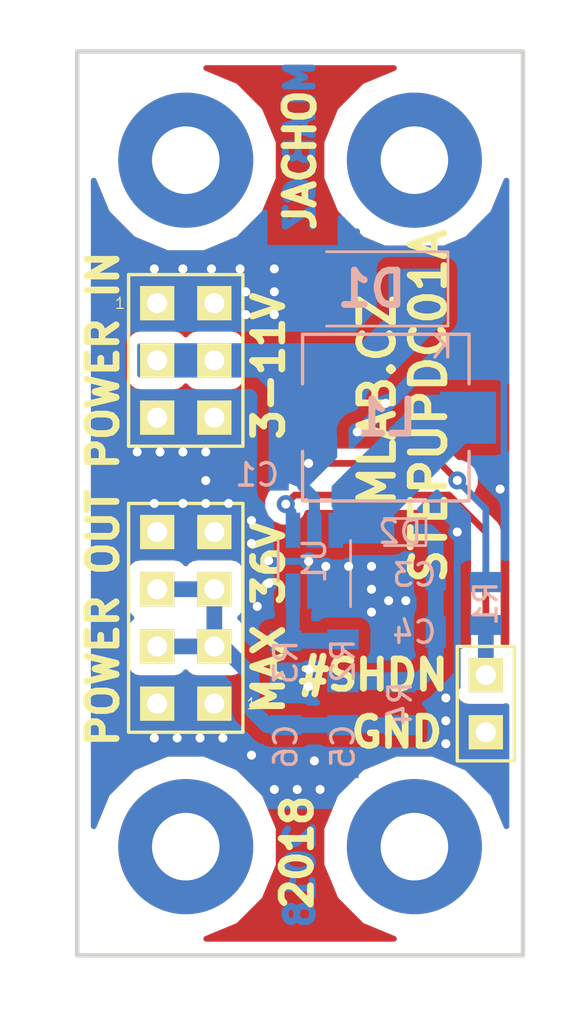
<source format=kicad_pcb>
(kicad_pcb (version 20171130) (host pcbnew "(2018-02-10 revision a04965c36)-makepkg")

  (general
    (thickness 1.6)
    (drawings 16)
    (tracks 168)
    (zones 0)
    (modules 20)
    (nets 12)
  )

  (page A4)
  (title_block
    (title NAME)
    (date "%d. %m. %Y")
    (rev REV)
    (company "Mlab www.mlab.cz")
    (comment 1 VERSION)
    (comment 2 "Short description\\nTwo lines are maximum")
    (comment 3 "nickname <email@example.com>")
  )

  (layers
    (0 F.Cu signal)
    (31 B.Cu signal)
    (34 B.Paste user)
    (36 B.SilkS user)
    (37 F.SilkS user)
    (38 B.Mask user)
    (39 F.Mask user)
    (44 Edge.Cuts user)
    (45 Margin user)
    (46 B.CrtYd user)
    (47 F.CrtYd user)
    (48 B.Fab user hide)
    (49 F.Fab user hide)
  )

  (setup
    (last_trace_width 0.25)
    (user_trace_width 0.3)
    (user_trace_width 0.4)
    (user_trace_width 0.5)
    (user_trace_width 0.6)
    (user_trace_width 0.7)
    (trace_clearance 0.2)
    (zone_clearance 0.508)
    (zone_45_only no)
    (trace_min 0.2)
    (segment_width 0.2)
    (edge_width 0.2)
    (via_size 0.8)
    (via_drill 0.4)
    (via_min_size 0.8)
    (via_min_drill 0.4)
    (uvia_size 0.3)
    (uvia_drill 0.1)
    (uvias_allowed no)
    (uvia_min_size 0.2)
    (uvia_min_drill 0.1)
    (pcb_text_width 0.3)
    (pcb_text_size 1.5 1.5)
    (mod_edge_width 0.15)
    (mod_text_size 1 1)
    (mod_text_width 0.15)
    (pad_size 1.524 1.524)
    (pad_drill 0.762)
    (pad_to_mask_clearance 0.2)
    (aux_axis_origin 0 0)
    (visible_elements 7FFFFF7F)
    (pcbplotparams
      (layerselection 0x010e0_ffffffff)
      (usegerberextensions false)
      (usegerberattributes false)
      (usegerberadvancedattributes false)
      (creategerberjobfile false)
      (excludeedgelayer true)
      (linewidth 0.150000)
      (plotframeref false)
      (viasonmask false)
      (mode 1)
      (useauxorigin false)
      (hpglpennumber 1)
      (hpglpenspeed 20)
      (hpglpendiameter 15)
      (psnegative false)
      (psa4output false)
      (plotreference true)
      (plotvalue true)
      (plotinvisibletext false)
      (padsonsilk false)
      (subtractmaskfromsilk false)
      (outputformat 1)
      (mirror false)
      (drillshape 0)
      (scaleselection 1)
      (outputdirectory ../cam_profi/))
  )

  (net 0 "")
  (net 1 /Vin)
  (net 2 GND)
  (net 3 "Net-(C3-Pad1)")
  (net 4 /Vout)
  (net 5 "Net-(D2-Pad2)")
  (net 6 /#SHDN)
  (net 7 /FB)
  (net 8 "Net-(M1-Pad1)")
  (net 9 "Net-(M2-Pad1)")
  (net 10 "Net-(M3-Pad1)")
  (net 11 "Net-(M4-Pad1)")

  (net_class Default "This is the default net class."
    (clearance 0.2)
    (trace_width 0.25)
    (via_dia 0.8)
    (via_drill 0.4)
    (uvia_dia 0.3)
    (uvia_drill 0.1)
    (add_net /#SHDN)
    (add_net /FB)
    (add_net /Vin)
    (add_net /Vout)
    (add_net GND)
    (add_net "Net-(C3-Pad1)")
    (add_net "Net-(D2-Pad2)")
    (add_net "Net-(M1-Pad1)")
    (add_net "Net-(M2-Pad1)")
    (add_net "Net-(M3-Pad1)")
    (add_net "Net-(M4-Pad1)")
  )

  (net_class MLAB_default ""
    (clearance 0.2)
    (trace_width 0.45)
    (via_dia 0.8)
    (via_drill 0.4)
    (uvia_dia 0.3)
    (uvia_drill 0.1)
  )

  (net_class MLAB_power ""
    (clearance 0.4)
    (trace_width 0.7)
    (via_dia 0.8)
    (via_drill 0.4)
    (uvia_dia 0.3)
    (uvia_drill 0.1)
  )

  (module Mlab_L:DE0703 (layer B.Cu) (tedit 5B3B51C8) (tstamp 5B3B73A9)
    (at 112.395 59.69 180)
    (path /5B3B4EF3)
    (fp_text reference L1 (at 0 0 180) (layer B.SilkS)
      (effects (font (size 1.524 1.524) (thickness 0.3048)) (justify mirror))
    )
    (fp_text value "47uH -DE0703-47" (at 0 -2.54 180) (layer B.SilkS) hide
      (effects (font (size 0.50038 0.50038) (thickness 0.11938)) (justify mirror))
    )
    (fp_line (start 3.7 -1.5) (end 3.7 -3.7) (layer B.SilkS) (width 0.15))
    (fp_line (start -3.7 -1.5) (end -3.7 -3.7) (layer B.SilkS) (width 0.15))
    (fp_text user L1 (at 0 0 180) (layer B.Fab)
      (effects (font (size 1.524 1.524) (thickness 0.3)) (justify mirror))
    )
    (fp_line (start -3.7 -3.7) (end 3.7 -3.7) (layer B.Fab) (width 0.15))
    (fp_line (start -3.7 3.7) (end -3.7 1.5) (layer B.SilkS) (width 0.15))
    (fp_line (start 3.7 3.7) (end -3.7 3.7) (layer B.Fab) (width 0.15))
    (fp_line (start 3.7 -3.7) (end 3.7 3.7) (layer B.Fab) (width 0.15))
    (fp_line (start 3.7 3.7) (end -3.7 3.7) (layer B.SilkS) (width 0.15))
    (fp_line (start 3.7 1.5) (end 3.7 3.7) (layer B.SilkS) (width 0.15))
    (fp_line (start -3.7 -3.7) (end 3.7 -3.7) (layer B.SilkS) (width 0.15))
    (fp_line (start -3.7 3.7) (end -3.7 -3.7) (layer B.Fab) (width 0.15))
    (pad 2 smd rect (at -3.65 0 180) (size 2.5 2.3) (layers B.Cu B.Paste B.Mask)
      (net 5 "Net-(D2-Pad2)"))
    (pad 1 smd rect (at 3.65 0 180) (size 2.5 2.3) (layers B.Cu B.Paste B.Mask)
      (net 1 /Vin))
    (model Capacitors_SMD/c_elec_10x10_5.wrl
      (at (xyz 0 0 0))
      (scale (xyz 1 1 1))
      (rotate (xyz 0 0 0))
    )
  )

  (module Mlab_D:Diode-SMA_Standard (layer B.Cu) (tedit 5B3B7D92) (tstamp 5B53BC51)
    (at 111.76 53.975 180)
    (descr "Diode SMA (DO-214AC)")
    (tags "Diode SMA (DO-214AC)")
    (path /55622FB7)
    (attr smd)
    (fp_text reference D1 (at 0 0 180) (layer B.SilkS)
      (effects (font (size 1.524 1.524) (thickness 0.3048)) (justify mirror))
    )
    (fp_text value M4 (at 0 -3.81 180) (layer B.Fab) hide
      (effects (font (size 1.524 1.524) (thickness 0.3048)) (justify mirror))
    )
    (fp_text user K (at -3.1242 -2.5654 180) (layer B.SilkS)
      (effects (font (size 1 1) (thickness 0.15)) (justify mirror))
    )
    (fp_line (start -3.4 1.65) (end 2 1.65) (layer B.SilkS) (width 0.12))
    (fp_line (start -3.4 -1.65) (end 2 -1.65) (layer B.SilkS) (width 0.12))
    (fp_line (start -0.64944 -0.00102) (end 0.50118 0.79908) (layer B.Fab) (width 0.1))
    (fp_line (start -0.64944 -0.00102) (end 0.50118 -0.75032) (layer B.Fab) (width 0.1))
    (fp_line (start 0.50118 -0.75032) (end 0.50118 0.79908) (layer B.Fab) (width 0.1))
    (fp_line (start -0.64944 0.79908) (end -0.64944 -0.80112) (layer B.Fab) (width 0.1))
    (fp_line (start 0.50118 -0.00102) (end 1.4994 -0.00102) (layer B.Fab) (width 0.1))
    (fp_line (start -0.64944 -0.00102) (end -1.55114 -0.00102) (layer B.Fab) (width 0.1))
    (fp_line (start -3.5 -1.75) (end -3.5 1.75) (layer B.CrtYd) (width 0.05))
    (fp_line (start 3.5 -1.75) (end -3.5 -1.75) (layer B.CrtYd) (width 0.05))
    (fp_line (start 3.5 1.75) (end 3.5 -1.75) (layer B.CrtYd) (width 0.05))
    (fp_line (start -3.5 1.75) (end 3.5 1.75) (layer B.CrtYd) (width 0.05))
    (fp_line (start 2.3 1.5) (end -2.3 1.5) (layer B.Fab) (width 0.1))
    (fp_line (start 2.3 1.5) (end 2.3 -1.5) (layer B.Fab) (width 0.1))
    (fp_line (start -2.3 -1.5) (end -2.3 1.5) (layer B.Fab) (width 0.1))
    (fp_line (start 2.3 -1.5) (end -2.3 -1.5) (layer B.Fab) (width 0.1))
    (fp_line (start -3.4 1.65) (end -3.4 -1.65) (layer B.SilkS) (width 0.12))
    (fp_text user %R (at 0 2.5 180) (layer B.Fab)
      (effects (font (size 1 1) (thickness 0.15)) (justify mirror))
    )
    (pad 2 smd rect (at 2 0 180) (size 2.5 1.8) (layers B.Cu B.Paste B.Mask)
      (net 2 GND))
    (pad 1 smd rect (at -2 0 180) (size 2.5 1.8) (layers B.Cu B.Paste B.Mask)
      (net 1 /Vin))
    (model ${KISYS3DMOD}/Diode_SMD.3dshapes/D_SMA.wrl
      (at (xyz 0 0 0))
      (scale (xyz 1 1 1))
      (rotate (xyz 0 0 0))
    )
  )

  (module Diode_SMD:D_SOD-523 (layer B.Cu) (tedit 5B3B7D8B) (tstamp 5B53BC69)
    (at 113.03 64.77 180)
    (descr "http://www.diodes.com/datasheets/ap02001.pdf p.144")
    (tags "Diode SOD523")
    (path /5B3B4CD9)
    (attr smd)
    (fp_text reference D2 (at 0 0 180) (layer B.SilkS)
      (effects (font (size 1 1) (thickness 0.15)) (justify mirror))
    )
    (fp_text value NSR05T40XV2T5G (at 0 -1.4 180) (layer B.Fab) hide
      (effects (font (size 1 1) (thickness 0.15)) (justify mirror))
    )
    (fp_text user %R (at 0 1.3 180) (layer B.Fab)
      (effects (font (size 1 1) (thickness 0.15)) (justify mirror))
    )
    (fp_line (start -1.15 0.6) (end -1.15 -0.6) (layer B.SilkS) (width 0.12))
    (fp_line (start 1.25 0.7) (end 1.25 -0.7) (layer B.CrtYd) (width 0.05))
    (fp_line (start -1.25 0.7) (end 1.25 0.7) (layer B.CrtYd) (width 0.05))
    (fp_line (start -1.25 -0.7) (end -1.25 0.7) (layer B.CrtYd) (width 0.05))
    (fp_line (start 1.25 -0.7) (end -1.25 -0.7) (layer B.CrtYd) (width 0.05))
    (fp_line (start 0.1 0) (end 0.25 0) (layer B.Fab) (width 0.1))
    (fp_line (start 0.1 0.2) (end -0.2 0) (layer B.Fab) (width 0.1))
    (fp_line (start 0.1 -0.2) (end 0.1 0.2) (layer B.Fab) (width 0.1))
    (fp_line (start -0.2 0) (end 0.1 -0.2) (layer B.Fab) (width 0.1))
    (fp_line (start -0.2 0) (end -0.35 0) (layer B.Fab) (width 0.1))
    (fp_line (start -0.2 -0.2) (end -0.2 0.2) (layer B.Fab) (width 0.1))
    (fp_line (start 0.65 0.45) (end 0.65 -0.45) (layer B.Fab) (width 0.1))
    (fp_line (start -0.65 0.45) (end 0.65 0.45) (layer B.Fab) (width 0.1))
    (fp_line (start -0.65 -0.45) (end -0.65 0.45) (layer B.Fab) (width 0.1))
    (fp_line (start 0.65 -0.45) (end -0.65 -0.45) (layer B.Fab) (width 0.1))
    (fp_line (start 0.7 0.6) (end -1.15 0.6) (layer B.SilkS) (width 0.12))
    (fp_line (start 0.7 -0.6) (end -1.15 -0.6) (layer B.SilkS) (width 0.12))
    (pad 2 smd rect (at 0.7 0) (size 0.6 0.7) (layers B.Cu B.Paste B.Mask)
      (net 5 "Net-(D2-Pad2)"))
    (pad 1 smd rect (at -0.7 0) (size 0.6 0.7) (layers B.Cu B.Paste B.Mask)
      (net 3 "Net-(C3-Pad1)"))
    (model ${KISYS3DMOD}/Diode_SMD.3dshapes/D_SOD-523.wrl
      (at (xyz 0 0 0))
      (scale (xyz 1 1 1))
      (rotate (xyz 0 0 0))
    )
  )

  (module Mlab_Pin_Headers:Straight_2x03 (layer F.Cu) (tedit 55DC1460) (tstamp 5B53BC78)
    (at 103.505 57.15)
    (descr "pin header straight 2x03")
    (tags "pin header straight 2x03")
    (path /5B3B9C5F)
    (fp_text reference J1 (at 0 -5.08) (layer F.SilkS) hide
      (effects (font (size 1.5 1.5) (thickness 0.15)))
    )
    (fp_text value HEADER_2x03_PARALLEL (at 0 5.08) (layer F.SilkS) hide
      (effects (font (size 1.5 1.5) (thickness 0.15)))
    )
    (fp_text user 1 (at -2.921 -2.54) (layer F.SilkS)
      (effects (font (size 0.5 0.5) (thickness 0.05)))
    )
    (fp_line (start -2.54 -3.81) (end 2.54 -3.81) (layer F.SilkS) (width 0.15))
    (fp_line (start 2.54 -3.81) (end 2.54 3.81) (layer F.SilkS) (width 0.15))
    (fp_line (start 2.54 3.81) (end -2.54 3.81) (layer F.SilkS) (width 0.15))
    (fp_line (start -2.54 3.81) (end -2.54 -3.81) (layer F.SilkS) (width 0.15))
    (pad 1 thru_hole rect (at -1.27 -2.54) (size 1.524 1.524) (drill 0.889) (layers *.Cu *.Mask F.SilkS)
      (net 2 GND))
    (pad 2 thru_hole rect (at 1.27 -2.54) (size 1.524 1.524) (drill 0.889) (layers *.Cu *.Mask F.SilkS)
      (net 2 GND))
    (pad 3 thru_hole rect (at -1.27 0) (size 1.524 1.524) (drill 0.889) (layers *.Cu *.Mask F.SilkS)
      (net 1 /Vin))
    (pad 4 thru_hole rect (at 1.27 0) (size 1.524 1.524) (drill 0.889) (layers *.Cu *.Mask F.SilkS)
      (net 1 /Vin))
    (pad 5 thru_hole rect (at -1.27 2.54) (size 1.524 1.524) (drill 0.889) (layers *.Cu *.Mask F.SilkS)
      (net 2 GND))
    (pad 6 thru_hole rect (at 1.27 2.54) (size 1.524 1.524) (drill 0.889) (layers *.Cu *.Mask F.SilkS)
      (net 2 GND))
    (model Pin_Headers/Pin_Header_Straight_2x03.wrl
      (at (xyz 0 0 0))
      (scale (xyz 1 1 1))
      (rotate (xyz 0 0 90))
    )
  )

  (module Mlab_Pin_Headers:Straight_2x04 (layer F.Cu) (tedit 5535DB57) (tstamp 5B53BC9D)
    (at 103.505 68.58 180)
    (descr "pin header straight 2x04")
    (tags "pin header straight 2x04")
    (path /5B3E4E7A)
    (fp_text reference J4 (at 0 -6.35 180) (layer F.SilkS) hide
      (effects (font (size 1.5 1.5) (thickness 0.15)))
    )
    (fp_text value HEADER_2x04_PARALLEL (at 0 6.35 180) (layer F.SilkS) hide
      (effects (font (size 1.5 1.5) (thickness 0.15)))
    )
    (fp_text user 1 (at -2.921 -3.81 180) (layer F.SilkS)
      (effects (font (size 0.5 0.5) (thickness 0.05)))
    )
    (fp_line (start -2.54 -5.08) (end 2.54 -5.08) (layer F.SilkS) (width 0.15))
    (fp_line (start 2.54 -5.08) (end 2.54 5.08) (layer F.SilkS) (width 0.15))
    (fp_line (start 2.54 5.08) (end -2.54 5.08) (layer F.SilkS) (width 0.15))
    (fp_line (start -2.54 5.08) (end -2.54 -5.08) (layer F.SilkS) (width 0.15))
    (pad 1 thru_hole rect (at -1.27 -3.81 180) (size 1.524 1.524) (drill 0.889) (layers *.Cu *.Mask F.SilkS)
      (net 2 GND))
    (pad 2 thru_hole rect (at 1.27 -3.81 180) (size 1.524 1.524) (drill 0.889) (layers *.Cu *.Mask F.SilkS)
      (net 2 GND))
    (pad 3 thru_hole rect (at -1.27 -1.27 180) (size 1.524 1.524) (drill 0.889) (layers *.Cu *.Mask F.SilkS)
      (net 4 /Vout))
    (pad 4 thru_hole rect (at 1.27 -1.27 180) (size 1.524 1.524) (drill 0.889) (layers *.Cu *.Mask F.SilkS)
      (net 4 /Vout))
    (pad 5 thru_hole rect (at -1.27 1.27 180) (size 1.524 1.524) (drill 0.889) (layers *.Cu *.Mask F.SilkS)
      (net 4 /Vout))
    (pad 6 thru_hole rect (at 1.27 1.27 180) (size 1.524 1.524) (drill 0.889) (layers *.Cu *.Mask F.SilkS)
      (net 4 /Vout))
    (pad 7 thru_hole rect (at -1.27 3.81 180) (size 1.524 1.524) (drill 0.889) (layers *.Cu *.Mask F.SilkS)
      (net 2 GND))
    (pad 8 thru_hole rect (at 1.27 3.81 180) (size 1.524 1.524) (drill 0.889) (layers *.Cu *.Mask F.SilkS)
      (net 2 GND))
    (model Pin_Headers/Pin_Header_Straight_2x04.wrl
      (at (xyz 0 0 0))
      (scale (xyz 1 1 1))
      (rotate (xyz 0 0 90))
    )
  )

  (module Mlab_Mechanical:MountingHole_3mm placed (layer F.Cu) (tedit 5A99DD0D) (tstamp 5B53BCAF)
    (at 113.665 78.74)
    (descr "Mounting hole, Befestigungsbohrung, 3mm, No Annular, Kein Restring,")
    (tags "Mounting hole, Befestigungsbohrung, 3mm, No Annular, Kein Restring,")
    (path /549D7549)
    (fp_text reference M1 (at 0 -4.191) (layer F.SilkS) hide
      (effects (font (size 1.524 1.524) (thickness 0.3048)))
    )
    (fp_text value HOLE (at 0 4.191) (layer F.SilkS) hide
      (effects (font (size 1.524 1.524) (thickness 0.3048)))
    )
    (fp_circle (center 0 0) (end 2.99974 0) (layer Cmts.User) (width 0.381))
    (pad 1 thru_hole circle (at 0 0) (size 6 6) (drill 3) (layers *.Cu *.Adhes *.Mask)
      (net 8 "Net-(M1-Pad1)") (clearance 1) (zone_connect 2))
    (model ${MLAB}/src/3d/mechanical/m3_komplet.step
      (at (xyz 0 0 0))
      (scale (xyz 1 1 1))
      (rotate (xyz 0 0 0))
    )
  )

  (module Mlab_Mechanical:MountingHole_3mm placed (layer F.Cu) (tedit 5A99DD0D) (tstamp 5B53BCB5)
    (at 103.505 48.26)
    (descr "Mounting hole, Befestigungsbohrung, 3mm, No Annular, Kein Restring,")
    (tags "Mounting hole, Befestigungsbohrung, 3mm, No Annular, Kein Restring,")
    (path /549D7628)
    (fp_text reference M2 (at 0 -4.191) (layer F.SilkS) hide
      (effects (font (size 1.524 1.524) (thickness 0.3048)))
    )
    (fp_text value HOLE (at 0 4.191) (layer F.SilkS) hide
      (effects (font (size 1.524 1.524) (thickness 0.3048)))
    )
    (fp_circle (center 0 0) (end 2.99974 0) (layer Cmts.User) (width 0.381))
    (pad 1 thru_hole circle (at 0 0) (size 6 6) (drill 3) (layers *.Cu *.Adhes *.Mask)
      (net 9 "Net-(M2-Pad1)") (clearance 1) (zone_connect 2))
    (model ${MLAB}/src/3d/mechanical/m3_komplet.step
      (at (xyz 0 0 0))
      (scale (xyz 1 1 1))
      (rotate (xyz 0 0 0))
    )
  )

  (module Mlab_Mechanical:MountingHole_3mm placed (layer F.Cu) (tedit 5A99DD0D) (tstamp 5B53BCBB)
    (at 113.665 48.26)
    (descr "Mounting hole, Befestigungsbohrung, 3mm, No Annular, Kein Restring,")
    (tags "Mounting hole, Befestigungsbohrung, 3mm, No Annular, Kein Restring,")
    (path /549D7646)
    (fp_text reference M3 (at 0 -4.191) (layer F.SilkS) hide
      (effects (font (size 1.524 1.524) (thickness 0.3048)))
    )
    (fp_text value HOLE (at 0 4.191) (layer F.SilkS) hide
      (effects (font (size 1.524 1.524) (thickness 0.3048)))
    )
    (fp_circle (center 0 0) (end 2.99974 0) (layer Cmts.User) (width 0.381))
    (pad 1 thru_hole circle (at 0 0) (size 6 6) (drill 3) (layers *.Cu *.Adhes *.Mask)
      (net 10 "Net-(M3-Pad1)") (clearance 1) (zone_connect 2))
    (model ${MLAB}/src/3d/mechanical/m3_komplet.step
      (at (xyz 0 0 0))
      (scale (xyz 1 1 1))
      (rotate (xyz 0 0 0))
    )
  )

  (module Mlab_Mechanical:MountingHole_3mm placed (layer F.Cu) (tedit 5A99DD0D) (tstamp 5B53BCC1)
    (at 103.505 78.74)
    (descr "Mounting hole, Befestigungsbohrung, 3mm, No Annular, Kein Restring,")
    (tags "Mounting hole, Befestigungsbohrung, 3mm, No Annular, Kein Restring,")
    (path /549D7665)
    (fp_text reference M4 (at 0 -4.191) (layer F.SilkS) hide
      (effects (font (size 1.524 1.524) (thickness 0.3048)))
    )
    (fp_text value HOLE (at 0 4.191) (layer F.SilkS) hide
      (effects (font (size 1.524 1.524) (thickness 0.3048)))
    )
    (fp_circle (center 0 0) (end 2.99974 0) (layer Cmts.User) (width 0.381))
    (pad 1 thru_hole circle (at 0 0) (size 6 6) (drill 3) (layers *.Cu *.Adhes *.Mask)
      (net 11 "Net-(M4-Pad1)") (clearance 1) (zone_connect 2))
    (model ${MLAB}/src/3d/mechanical/m3_komplet.step
      (at (xyz 0 0 0))
      (scale (xyz 1 1 1))
      (rotate (xyz 0 0 0))
    )
  )

  (module Package_TO_SOT_SMD:SOT-23-6_Handsoldering (layer B.Cu) (tedit 5B3B7D85) (tstamp 5B53BD0B)
    (at 109.22 66.04 90)
    (descr "6-pin SOT-23 package, Handsoldering")
    (tags "SOT-23-6 Handsoldering")
    (path /5B3B41E8)
    (attr smd)
    (fp_text reference U1 (at 0 0 90) (layer B.SilkS)
      (effects (font (size 1 1) (thickness 0.15)) (justify mirror))
    )
    (fp_text value MAX5026 (at 0 -2.9 90) (layer B.Fab) hide
      (effects (font (size 1 1) (thickness 0.15)) (justify mirror))
    )
    (fp_text user %R (at 0 0) (layer B.Fab)
      (effects (font (size 0.5 0.5) (thickness 0.075)) (justify mirror))
    )
    (fp_line (start -0.9 -1.61) (end 0.9 -1.61) (layer B.SilkS) (width 0.12))
    (fp_line (start 0.9 1.61) (end -2.05 1.61) (layer B.SilkS) (width 0.12))
    (fp_line (start -2.4 -1.8) (end -2.4 1.8) (layer B.CrtYd) (width 0.05))
    (fp_line (start 2.4 -1.8) (end -2.4 -1.8) (layer B.CrtYd) (width 0.05))
    (fp_line (start 2.4 1.8) (end 2.4 -1.8) (layer B.CrtYd) (width 0.05))
    (fp_line (start -2.4 1.8) (end 2.4 1.8) (layer B.CrtYd) (width 0.05))
    (fp_line (start -0.9 0.9) (end -0.25 1.55) (layer B.Fab) (width 0.1))
    (fp_line (start 0.9 1.55) (end -0.25 1.55) (layer B.Fab) (width 0.1))
    (fp_line (start -0.9 0.9) (end -0.9 -1.55) (layer B.Fab) (width 0.1))
    (fp_line (start 0.9 -1.55) (end -0.9 -1.55) (layer B.Fab) (width 0.1))
    (fp_line (start 0.9 1.55) (end 0.9 -1.55) (layer B.Fab) (width 0.1))
    (pad 1 smd rect (at -1.35 0.95 90) (size 1.56 0.65) (layers B.Cu B.Paste B.Mask)
      (net 2 GND))
    (pad 2 smd rect (at -1.35 0 90) (size 1.56 0.65) (layers B.Cu B.Paste B.Mask)
      (net 2 GND))
    (pad 3 smd rect (at -1.35 -0.95 90) (size 1.56 0.65) (layers B.Cu B.Paste B.Mask)
      (net 7 /FB))
    (pad 4 smd rect (at 1.35 -0.95 90) (size 1.56 0.65) (layers B.Cu B.Paste B.Mask)
      (net 6 /#SHDN))
    (pad 6 smd rect (at 1.35 0.95 90) (size 1.56 0.65) (layers B.Cu B.Paste B.Mask)
      (net 5 "Net-(D2-Pad2)"))
    (pad 5 smd rect (at 1.35 0 90) (size 1.56 0.65) (layers B.Cu B.Paste B.Mask)
      (net 1 /Vin))
    (model ${KISYS3DMOD}/Package_TO_SOT_SMD.3dshapes/SOT-23-6.wrl
      (at (xyz 0 0 0))
      (scale (xyz 1 1 1))
      (rotate (xyz 0 0 0))
    )
  )

  (module Mlab_R:SMD-0805 (layer B.Cu) (tedit 5B3B7D8E) (tstamp 5B54678C)
    (at 106.68 62.23 180)
    (descr "Resistor SMD 0805 (2012 Metric), square (rectangular) end terminal, IPC_7351 nominal, (Body size source: http://www.tortai-tech.com/upload/download/2011102023233369053.pdf), generated with kicad-footprint-generator")
    (tags resistor)
    (path /5B3B505A)
    (attr smd)
    (fp_text reference C1 (at 0 0 180) (layer B.SilkS)
      (effects (font (size 1 1) (thickness 0.15)) (justify mirror))
    )
    (fp_text value 10uF (at 0 -1.65 180) (layer B.Fab) hide
      (effects (font (size 1 1) (thickness 0.15)) (justify mirror))
    )
    (fp_line (start -1 -0.6) (end -1 0.6) (layer B.Fab) (width 0.1))
    (fp_line (start -1 0.6) (end 1 0.6) (layer B.Fab) (width 0.1))
    (fp_line (start 1 0.6) (end 1 -0.6) (layer B.Fab) (width 0.1))
    (fp_line (start 1 -0.6) (end -1 -0.6) (layer B.Fab) (width 0.1))
    (fp_line (start -1.68 -0.95) (end -1.68 0.95) (layer B.CrtYd) (width 0.05))
    (fp_line (start -1.68 0.95) (end 1.68 0.95) (layer B.CrtYd) (width 0.05))
    (fp_line (start 1.68 0.95) (end 1.68 -0.95) (layer B.CrtYd) (width 0.05))
    (fp_line (start 1.68 -0.95) (end -1.68 -0.95) (layer B.CrtYd) (width 0.05))
    (fp_text user %R (at 0 0 180) (layer B.Fab)
      (effects (font (size 0.5 0.5) (thickness 0.08)) (justify mirror))
    )
    (pad 1 smd rect (at -0.9525 0 180) (size 0.899 1.4) (layers B.Cu B.Paste B.Mask)
      (net 1 /Vin))
    (pad 2 smd rect (at 0.9525 0 180) (size 0.889 1.4) (layers B.Cu B.Paste B.Mask)
      (net 2 GND))
    (model ${KISYS3DMOD}/Resistor_SMD.3dshapes/R_0805_2012Metric.wrl
      (at (xyz 0 0 0))
      (scale (xyz 1 1 1))
      (rotate (xyz 0 0 0))
    )
  )

  (module Mlab_R:SMD-0805 (layer B.Cu) (tedit 5B3B7D88) (tstamp 5B5467AA)
    (at 113.665 66.675 180)
    (descr "Resistor SMD 0805 (2012 Metric), square (rectangular) end terminal, IPC_7351 nominal, (Body size source: http://www.tortai-tech.com/upload/download/2011102023233369053.pdf), generated with kicad-footprint-generator")
    (tags resistor)
    (path /5B3B541D)
    (attr smd)
    (fp_text reference C3 (at 0 0 180) (layer B.SilkS)
      (effects (font (size 1 1) (thickness 0.15)) (justify mirror))
    )
    (fp_text value 1uF/50V (at 0 -1.65 180) (layer B.Fab) hide
      (effects (font (size 1 1) (thickness 0.15)) (justify mirror))
    )
    (fp_text user %R (at 0 0 180) (layer B.Fab)
      (effects (font (size 0.5 0.5) (thickness 0.08)) (justify mirror))
    )
    (fp_line (start 1.68 -0.95) (end -1.68 -0.95) (layer B.CrtYd) (width 0.05))
    (fp_line (start 1.68 0.95) (end 1.68 -0.95) (layer B.CrtYd) (width 0.05))
    (fp_line (start -1.68 0.95) (end 1.68 0.95) (layer B.CrtYd) (width 0.05))
    (fp_line (start -1.68 -0.95) (end -1.68 0.95) (layer B.CrtYd) (width 0.05))
    (fp_line (start 1 -0.6) (end -1 -0.6) (layer B.Fab) (width 0.1))
    (fp_line (start 1 0.6) (end 1 -0.6) (layer B.Fab) (width 0.1))
    (fp_line (start -1 0.6) (end 1 0.6) (layer B.Fab) (width 0.1))
    (fp_line (start -1 -0.6) (end -1 0.6) (layer B.Fab) (width 0.1))
    (pad 2 smd rect (at 0.9525 0 180) (size 0.889 1.4) (layers B.Cu B.Paste B.Mask)
      (net 2 GND))
    (pad 1 smd rect (at -0.9525 0 180) (size 0.899 1.4) (layers B.Cu B.Paste B.Mask)
      (net 3 "Net-(C3-Pad1)"))
    (model ${KISYS3DMOD}/Resistor_SMD.3dshapes/R_0805_2012Metric.wrl
      (at (xyz 0 0 0))
      (scale (xyz 1 1 1))
      (rotate (xyz 0 0 0))
    )
  )

  (module Mlab_R:SMD-0805 (layer B.Cu) (tedit 5B3B7D7F) (tstamp 5B5467B9)
    (at 113.665 69.215 180)
    (descr "Resistor SMD 0805 (2012 Metric), square (rectangular) end terminal, IPC_7351 nominal, (Body size source: http://www.tortai-tech.com/upload/download/2011102023233369053.pdf), generated with kicad-footprint-generator")
    (tags resistor)
    (path /5B3B5609)
    (attr smd)
    (fp_text reference C4 (at 0 0 180) (layer B.SilkS)
      (effects (font (size 1 1) (thickness 0.15)) (justify mirror))
    )
    (fp_text value 100nF (at 0 -1.65 180) (layer B.Fab) hide
      (effects (font (size 1 1) (thickness 0.15)) (justify mirror))
    )
    (fp_line (start -1 -0.6) (end -1 0.6) (layer B.Fab) (width 0.1))
    (fp_line (start -1 0.6) (end 1 0.6) (layer B.Fab) (width 0.1))
    (fp_line (start 1 0.6) (end 1 -0.6) (layer B.Fab) (width 0.1))
    (fp_line (start 1 -0.6) (end -1 -0.6) (layer B.Fab) (width 0.1))
    (fp_line (start -1.68 -0.95) (end -1.68 0.95) (layer B.CrtYd) (width 0.05))
    (fp_line (start -1.68 0.95) (end 1.68 0.95) (layer B.CrtYd) (width 0.05))
    (fp_line (start 1.68 0.95) (end 1.68 -0.95) (layer B.CrtYd) (width 0.05))
    (fp_line (start 1.68 -0.95) (end -1.68 -0.95) (layer B.CrtYd) (width 0.05))
    (fp_text user %R (at 0 0 180) (layer B.Fab)
      (effects (font (size 0.5 0.5) (thickness 0.08)) (justify mirror))
    )
    (pad 1 smd rect (at -0.9525 0 180) (size 0.899 1.4) (layers B.Cu B.Paste B.Mask)
      (net 3 "Net-(C3-Pad1)"))
    (pad 2 smd rect (at 0.9525 0 180) (size 0.889 1.4) (layers B.Cu B.Paste B.Mask)
      (net 2 GND))
    (model ${KISYS3DMOD}/Resistor_SMD.3dshapes/R_0805_2012Metric.wrl
      (at (xyz 0 0 0))
      (scale (xyz 1 1 1))
      (rotate (xyz 0 0 0))
    )
  )

  (module Mlab_R:SMD-0805 (layer B.Cu) (tedit 5B3B7D76) (tstamp 5B5467C8)
    (at 110.49 74.295 270)
    (descr "Resistor SMD 0805 (2012 Metric), square (rectangular) end terminal, IPC_7351 nominal, (Body size source: http://www.tortai-tech.com/upload/download/2011102023233369053.pdf), generated with kicad-footprint-generator")
    (tags resistor)
    (path /5B3B5645)
    (attr smd)
    (fp_text reference C5 (at 0 0 270) (layer B.SilkS)
      (effects (font (size 1 1) (thickness 0.15)) (justify mirror))
    )
    (fp_text value 100nF (at 0 -1.65 270) (layer B.Fab) hide
      (effects (font (size 1 1) (thickness 0.15)) (justify mirror))
    )
    (fp_text user %R (at 0 0 270) (layer B.Fab)
      (effects (font (size 0.5 0.5) (thickness 0.08)) (justify mirror))
    )
    (fp_line (start 1.68 -0.95) (end -1.68 -0.95) (layer B.CrtYd) (width 0.05))
    (fp_line (start 1.68 0.95) (end 1.68 -0.95) (layer B.CrtYd) (width 0.05))
    (fp_line (start -1.68 0.95) (end 1.68 0.95) (layer B.CrtYd) (width 0.05))
    (fp_line (start -1.68 -0.95) (end -1.68 0.95) (layer B.CrtYd) (width 0.05))
    (fp_line (start 1 -0.6) (end -1 -0.6) (layer B.Fab) (width 0.1))
    (fp_line (start 1 0.6) (end 1 -0.6) (layer B.Fab) (width 0.1))
    (fp_line (start -1 0.6) (end 1 0.6) (layer B.Fab) (width 0.1))
    (fp_line (start -1 -0.6) (end -1 0.6) (layer B.Fab) (width 0.1))
    (pad 2 smd rect (at 0.9525 0 270) (size 0.889 1.4) (layers B.Cu B.Paste B.Mask)
      (net 2 GND))
    (pad 1 smd rect (at -0.9525 0 270) (size 0.899 1.4) (layers B.Cu B.Paste B.Mask)
      (net 4 /Vout))
    (model ${KISYS3DMOD}/Resistor_SMD.3dshapes/R_0805_2012Metric.wrl
      (at (xyz 0 0 0))
      (scale (xyz 1 1 1))
      (rotate (xyz 0 0 0))
    )
  )

  (module Mlab_R:SMD-0805 (layer B.Cu) (tedit 5B3B7D75) (tstamp 5B5467D7)
    (at 107.95 74.295 270)
    (descr "Resistor SMD 0805 (2012 Metric), square (rectangular) end terminal, IPC_7351 nominal, (Body size source: http://www.tortai-tech.com/upload/download/2011102023233369053.pdf), generated with kicad-footprint-generator")
    (tags resistor)
    (path /5B3B568F)
    (attr smd)
    (fp_text reference C6 (at 0 0 270) (layer B.SilkS)
      (effects (font (size 1 1) (thickness 0.15)) (justify mirror))
    )
    (fp_text value 1uF/50V (at 0 -1.65 270) (layer B.Fab) hide
      (effects (font (size 1 1) (thickness 0.15)) (justify mirror))
    )
    (fp_line (start -1 -0.6) (end -1 0.6) (layer B.Fab) (width 0.1))
    (fp_line (start -1 0.6) (end 1 0.6) (layer B.Fab) (width 0.1))
    (fp_line (start 1 0.6) (end 1 -0.6) (layer B.Fab) (width 0.1))
    (fp_line (start 1 -0.6) (end -1 -0.6) (layer B.Fab) (width 0.1))
    (fp_line (start -1.68 -0.95) (end -1.68 0.95) (layer B.CrtYd) (width 0.05))
    (fp_line (start -1.68 0.95) (end 1.68 0.95) (layer B.CrtYd) (width 0.05))
    (fp_line (start 1.68 0.95) (end 1.68 -0.95) (layer B.CrtYd) (width 0.05))
    (fp_line (start 1.68 -0.95) (end -1.68 -0.95) (layer B.CrtYd) (width 0.05))
    (fp_text user %R (at 0 0 270) (layer B.Fab)
      (effects (font (size 0.5 0.5) (thickness 0.08)) (justify mirror))
    )
    (pad 1 smd rect (at -0.9525 0 270) (size 0.899 1.4) (layers B.Cu B.Paste B.Mask)
      (net 4 /Vout))
    (pad 2 smd rect (at 0.9525 0 270) (size 0.889 1.4) (layers B.Cu B.Paste B.Mask)
      (net 2 GND))
    (model ${KISYS3DMOD}/Resistor_SMD.3dshapes/R_0805_2012Metric.wrl
      (at (xyz 0 0 0))
      (scale (xyz 1 1 1))
      (rotate (xyz 0 0 0))
    )
  )

  (module Mlab_R:SMD-0805 (layer B.Cu) (tedit 5B3B7D7D) (tstamp 5B5467E6)
    (at 116.84 67.945 270)
    (descr "Resistor SMD 0805 (2012 Metric), square (rectangular) end terminal, IPC_7351 nominal, (Body size source: http://www.tortai-tech.com/upload/download/2011102023233369053.pdf), generated with kicad-footprint-generator")
    (tags resistor)
    (path /5B3B51A3)
    (attr smd)
    (fp_text reference R1 (at 0 0 270) (layer B.SilkS)
      (effects (font (size 1 1) (thickness 0.15)) (justify mirror))
    )
    (fp_text value 10k (at 0 -1.65 270) (layer B.Fab) hide
      (effects (font (size 1 1) (thickness 0.15)) (justify mirror))
    )
    (fp_text user %R (at 0 0 270) (layer B.Fab)
      (effects (font (size 0.5 0.5) (thickness 0.08)) (justify mirror))
    )
    (fp_line (start 1.68 -0.95) (end -1.68 -0.95) (layer B.CrtYd) (width 0.05))
    (fp_line (start 1.68 0.95) (end 1.68 -0.95) (layer B.CrtYd) (width 0.05))
    (fp_line (start -1.68 0.95) (end 1.68 0.95) (layer B.CrtYd) (width 0.05))
    (fp_line (start -1.68 -0.95) (end -1.68 0.95) (layer B.CrtYd) (width 0.05))
    (fp_line (start 1 -0.6) (end -1 -0.6) (layer B.Fab) (width 0.1))
    (fp_line (start 1 0.6) (end 1 -0.6) (layer B.Fab) (width 0.1))
    (fp_line (start -1 0.6) (end 1 0.6) (layer B.Fab) (width 0.1))
    (fp_line (start -1 -0.6) (end -1 0.6) (layer B.Fab) (width 0.1))
    (pad 2 smd rect (at 0.9525 0 270) (size 0.889 1.4) (layers B.Cu B.Paste B.Mask)
      (net 6 /#SHDN))
    (pad 1 smd rect (at -0.9525 0 270) (size 0.899 1.4) (layers B.Cu B.Paste B.Mask)
      (net 1 /Vin))
    (model ${KISYS3DMOD}/Resistor_SMD.3dshapes/R_0805_2012Metric.wrl
      (at (xyz 0 0 0))
      (scale (xyz 1 1 1))
      (rotate (xyz 0 0 0))
    )
  )

  (module Mlab_R:SMD-0805 (layer B.Cu) (tedit 5B3B7D73) (tstamp 5B5467F5)
    (at 110.49 70.485 90)
    (descr "Resistor SMD 0805 (2012 Metric), square (rectangular) end terminal, IPC_7351 nominal, (Body size source: http://www.tortai-tech.com/upload/download/2011102023233369053.pdf), generated with kicad-footprint-generator")
    (tags resistor)
    (path /5B3B5F34)
    (attr smd)
    (fp_text reference R2 (at 0 0 90) (layer B.SilkS)
      (effects (font (size 1 1) (thickness 0.15)) (justify mirror))
    )
    (fp_text value 140k (at 0 -1.65 90) (layer B.Fab) hide
      (effects (font (size 1 1) (thickness 0.15)) (justify mirror))
    )
    (fp_line (start -1 -0.6) (end -1 0.6) (layer B.Fab) (width 0.1))
    (fp_line (start -1 0.6) (end 1 0.6) (layer B.Fab) (width 0.1))
    (fp_line (start 1 0.6) (end 1 -0.6) (layer B.Fab) (width 0.1))
    (fp_line (start 1 -0.6) (end -1 -0.6) (layer B.Fab) (width 0.1))
    (fp_line (start -1.68 -0.95) (end -1.68 0.95) (layer B.CrtYd) (width 0.05))
    (fp_line (start -1.68 0.95) (end 1.68 0.95) (layer B.CrtYd) (width 0.05))
    (fp_line (start 1.68 0.95) (end 1.68 -0.95) (layer B.CrtYd) (width 0.05))
    (fp_line (start 1.68 -0.95) (end -1.68 -0.95) (layer B.CrtYd) (width 0.05))
    (fp_text user %R (at 0 0 90) (layer B.Fab)
      (effects (font (size 0.5 0.5) (thickness 0.08)) (justify mirror))
    )
    (pad 1 smd rect (at -0.9525 0 90) (size 0.899 1.4) (layers B.Cu B.Paste B.Mask)
      (net 3 "Net-(C3-Pad1)"))
    (pad 2 smd rect (at 0.9525 0 90) (size 0.889 1.4) (layers B.Cu B.Paste B.Mask)
      (net 7 /FB))
    (model ${KISYS3DMOD}/Resistor_SMD.3dshapes/R_0805_2012Metric.wrl
      (at (xyz 0 0 0))
      (scale (xyz 1 1 1))
      (rotate (xyz 0 0 0))
    )
  )

  (module Mlab_R:SMD-0805 (layer B.Cu) (tedit 5B3B7D71) (tstamp 5B546804)
    (at 107.95 70.5485 270)
    (descr "Resistor SMD 0805 (2012 Metric), square (rectangular) end terminal, IPC_7351 nominal, (Body size source: http://www.tortai-tech.com/upload/download/2011102023233369053.pdf), generated with kicad-footprint-generator")
    (tags resistor)
    (path /5B3B5327)
    (attr smd)
    (fp_text reference R3 (at 0 0 270) (layer B.SilkS)
      (effects (font (size 1 1) (thickness 0.15)) (justify mirror))
    )
    (fp_text value 6k49 (at 0 -1.65 270) (layer B.Fab) hide
      (effects (font (size 1 1) (thickness 0.15)) (justify mirror))
    )
    (fp_line (start -1 -0.6) (end -1 0.6) (layer B.Fab) (width 0.1))
    (fp_line (start -1 0.6) (end 1 0.6) (layer B.Fab) (width 0.1))
    (fp_line (start 1 0.6) (end 1 -0.6) (layer B.Fab) (width 0.1))
    (fp_line (start 1 -0.6) (end -1 -0.6) (layer B.Fab) (width 0.1))
    (fp_line (start -1.68 -0.95) (end -1.68 0.95) (layer B.CrtYd) (width 0.05))
    (fp_line (start -1.68 0.95) (end 1.68 0.95) (layer B.CrtYd) (width 0.05))
    (fp_line (start 1.68 0.95) (end 1.68 -0.95) (layer B.CrtYd) (width 0.05))
    (fp_line (start 1.68 -0.95) (end -1.68 -0.95) (layer B.CrtYd) (width 0.05))
    (fp_text user %R (at 0 0 270) (layer B.Fab)
      (effects (font (size 0.5 0.5) (thickness 0.08)) (justify mirror))
    )
    (pad 1 smd rect (at -0.9525 0 270) (size 0.899 1.4) (layers B.Cu B.Paste B.Mask)
      (net 7 /FB))
    (pad 2 smd rect (at 0.9525 0 270) (size 0.889 1.4) (layers B.Cu B.Paste B.Mask)
      (net 2 GND))
    (model ${KISYS3DMOD}/Resistor_SMD.3dshapes/R_0805_2012Metric.wrl
      (at (xyz 0 0 0))
      (scale (xyz 1 1 1))
      (rotate (xyz 0 0 0))
    )
  )

  (module Mlab_R:SMD-0805 (layer B.Cu) (tedit 5B3B7D78) (tstamp 5B546813)
    (at 113.03 72.39 90)
    (descr "Resistor SMD 0805 (2012 Metric), square (rectangular) end terminal, IPC_7351 nominal, (Body size source: http://www.tortai-tech.com/upload/download/2011102023233369053.pdf), generated with kicad-footprint-generator")
    (tags resistor)
    (path /5B3B5586)
    (attr smd)
    (fp_text reference R4 (at 0 0 90) (layer B.SilkS)
      (effects (font (size 1 1) (thickness 0.15)) (justify mirror))
    )
    (fp_text value 100R (at 0 -1.65 90) (layer B.Fab) hide
      (effects (font (size 1 1) (thickness 0.15)) (justify mirror))
    )
    (fp_text user %R (at 0 0 90) (layer B.Fab)
      (effects (font (size 0.5 0.5) (thickness 0.08)) (justify mirror))
    )
    (fp_line (start 1.68 -0.95) (end -1.68 -0.95) (layer B.CrtYd) (width 0.05))
    (fp_line (start 1.68 0.95) (end 1.68 -0.95) (layer B.CrtYd) (width 0.05))
    (fp_line (start -1.68 0.95) (end 1.68 0.95) (layer B.CrtYd) (width 0.05))
    (fp_line (start -1.68 -0.95) (end -1.68 0.95) (layer B.CrtYd) (width 0.05))
    (fp_line (start 1 -0.6) (end -1 -0.6) (layer B.Fab) (width 0.1))
    (fp_line (start 1 0.6) (end 1 -0.6) (layer B.Fab) (width 0.1))
    (fp_line (start -1 0.6) (end 1 0.6) (layer B.Fab) (width 0.1))
    (fp_line (start -1 -0.6) (end -1 0.6) (layer B.Fab) (width 0.1))
    (pad 2 smd rect (at 0.9525 0 90) (size 0.889 1.4) (layers B.Cu B.Paste B.Mask)
      (net 3 "Net-(C3-Pad1)"))
    (pad 1 smd rect (at -0.9525 0 90) (size 0.899 1.4) (layers B.Cu B.Paste B.Mask)
      (net 4 /Vout))
    (model ${KISYS3DMOD}/Resistor_SMD.3dshapes/R_0805_2012Metric.wrl
      (at (xyz 0 0 0))
      (scale (xyz 1 1 1))
      (rotate (xyz 0 0 0))
    )
  )

  (module Mlab_Pin_Headers:Straight_1x02 (layer F.Cu) (tedit 5A99E617) (tstamp 5B48ED44)
    (at 116.84 72.39 180)
    (descr "pin header straight 1x02")
    (tags "pin header straight 1x02")
    (path /5B3B9EBD)
    (fp_text reference J2 (at 0 -3.81 180) (layer F.SilkS) hide
      (effects (font (size 1.5 1.5) (thickness 0.15)))
    )
    (fp_text value HEADER_1x02 (at 0 3.81 180) (layer F.SilkS) hide
      (effects (font (size 1.5 1.5) (thickness 0.15)))
    )
    (fp_text user 1 (at -1.651 -1.27 180) (layer F.SilkS) hide
      (effects (font (size 0.5 0.5) (thickness 0.05)))
    )
    (fp_line (start -1.27 -2.54) (end 1.27 -2.54) (layer F.SilkS) (width 0.15))
    (fp_line (start 1.27 -2.54) (end 1.27 2.54) (layer F.SilkS) (width 0.15))
    (fp_line (start 1.27 2.54) (end -1.27 2.54) (layer F.SilkS) (width 0.15))
    (fp_line (start -1.27 2.54) (end -1.27 -2.54) (layer F.SilkS) (width 0.15))
    (pad 2 thru_hole rect (at 0 1.27 180) (size 1.524 1.524) (drill 0.889) (layers *.Cu *.Mask F.SilkS)
      (net 6 /#SHDN))
    (pad 1 thru_hole rect (at 0 -1.27 180) (size 1.524 1.524) (drill 0.889) (layers *.Cu *.Mask F.SilkS)
      (net 2 GND))
    (model Pin_Headers/Pin_Header_Straight_1x02.wrl
      (at (xyz 0 0 0))
      (scale (xyz 1 1 1))
      (rotate (xyz 0 0 90))
    )
    (model ${MLAB}/src/3d/mechanical/header_1_2.step
      (at (xyz 0 0 0))
      (scale (xyz 1 1 1))
      (rotate (xyz 0 0 90))
    )
  )

  (gr_text MLAB.CZ (at 108.585 47.625 90) (layer B.Cu) (tstamp 5B3BD20D)
    (effects (font (size 1.2 1.2) (thickness 0.3)) (justify mirror))
  )
  (gr_text 2018 (at 108.585 80.01 90) (layer B.Cu) (tstamp 5B3BD0C0)
    (effects (font (size 1.2 1.2) (thickness 0.3)) (justify mirror))
  )
  (gr_text JACHO (at 108.585 48.26 90) (layer F.SilkS) (tstamp 5B3BD0AF)
    (effects (font (size 1.3 1.3) (thickness 0.3)))
  )
  (gr_text 2018 (at 108.458 78.994 90) (layer F.SilkS) (tstamp 5B3BD099)
    (effects (font (size 1.3 1.3) (thickness 0.3)))
  )
  (gr_text MLAB.CZ (at 112.014 58.928 90) (layer F.SilkS) (tstamp 5B3BD068)
    (effects (font (size 1.5 1.5) (thickness 0.3)))
  )
  (gr_text STEPUPDC01A (at 114.3 59.182 90) (layer F.SilkS) (tstamp 5B3BD056)
    (effects (font (size 1.5 1.5) (thickness 0.3)))
  )
  (gr_text 3-11V (at 107.188 57.404 90) (layer F.SilkS) (tstamp 5B3BD096)
    (effects (font (size 1.3 1.3) (thickness 0.3)))
  )
  (gr_text "MAX 36V" (at 107.188 68.58 90) (layer F.SilkS) (tstamp 5B3BCFF5)
    (effects (font (size 1.3 1.3) (thickness 0.3)))
  )
  (gr_text "POWER IN" (at 99.822 57.15 90) (layer F.SilkS) (tstamp 5B3BCF81)
    (effects (font (size 1.3 1.3) (thickness 0.3)))
  )
  (gr_text "POWER OUT" (at 99.822 68.58 90) (layer F.SilkS) (tstamp 5B3BCF64)
    (effects (font (size 1.3 1.3) (thickness 0.3)))
  )
  (gr_text GND (at 115.062 73.66) (layer F.SilkS) (tstamp 5B3BCF18)
    (effects (font (size 1.3 1.3) (thickness 0.3)) (justify right))
  )
  (gr_text "#SHDN" (at 115.316 71.12) (layer F.SilkS)
    (effects (font (size 1.3 1.3) (thickness 0.3)) (justify right))
  )
  (gr_line (start 98.679 43.434) (end 118.491 43.434) (angle 90) (layer Edge.Cuts) (width 0.2))
  (gr_line (start 118.491 83.566) (end 118.491 43.434) (angle 90) (layer Edge.Cuts) (width 0.2))
  (gr_line (start 98.679 83.566) (end 118.491 83.566) (angle 90) (layer Edge.Cuts) (width 0.2))
  (gr_line (start 98.679 83.566) (end 98.679 43.434) (angle 90) (layer Edge.Cuts) (width 0.2))

  (segment (start 114.815565 61.722) (end 108.966 61.722) (width 0.3) (layer F.Cu) (net 1))
  (segment (start 115.572755 62.47919) (end 114.815565 61.722) (width 0.3) (layer F.Cu) (net 1))
  (via (at 108.966 61.722) (size 0.8) (drill 0.4) (layers F.Cu B.Cu) (net 1))
  (segment (start 116.84 63.746435) (end 115.572755 62.47919) (width 0.3) (layer B.Cu) (net 1))
  (segment (start 116.84 66.9925) (end 116.84 63.746435) (width 0.3) (layer B.Cu) (net 1))
  (via (at 115.572755 62.47919) (size 0.8) (drill 0.4) (layers F.Cu B.Cu) (net 1))
  (segment (start 108.712 62.738) (end 108.712 62.36) (width 0.5) (layer B.Cu) (net 1))
  (segment (start 108.712 62.36) (end 108.582 62.23) (width 0.5) (layer B.Cu) (net 1))
  (segment (start 108.582 62.23) (end 107.6325 62.23) (width 0.5) (layer B.Cu) (net 1))
  (segment (start 109.22 63.246) (end 108.712 62.738) (width 0.5) (layer B.Cu) (net 1))
  (segment (start 109.22 64.69) (end 109.22 63.246) (width 0.5) (layer B.Cu) (net 1))
  (segment (start 112.395 59.055) (end 111.125 60.325) (width 0.3) (layer B.Cu) (net 2))
  (segment (start 114.3 57.15) (end 112.395 59.055) (width 0.3) (layer B.Cu) (net 2))
  (segment (start 111.125 60.325) (end 112.395 59.055) (width 0.3) (layer F.Cu) (net 2))
  (via (at 112.395 59.055) (size 0.8) (drill 0.4) (layers F.Cu B.Cu) (net 2))
  (via (at 111.125 60.325) (size 0.8) (drill 0.4) (layers F.Cu B.Cu) (net 2))
  (segment (start 117.645001 51.605001) (end 117.645001 57.15) (width 0.3) (layer B.Cu) (net 2))
  (segment (start 117.645001 57.15) (end 117.645001 62.694999) (width 0.3) (layer B.Cu) (net 2))
  (segment (start 117.645001 57.15) (end 114.3 57.15) (width 0.3) (layer B.Cu) (net 2))
  (segment (start 117.475 51.435) (end 117.645001 51.605001) (width 0.3) (layer B.Cu) (net 2))
  (segment (start 117.645001 62.694999) (end 117.475 62.865) (width 0.3) (layer B.Cu) (net 2))
  (via (at 117.475 62.865) (size 0.8) (drill 0.4) (layers F.Cu B.Cu) (net 2))
  (segment (start 110.744 52.197) (end 117.119 52.197) (width 0.3) (layer B.Cu) (net 2))
  (segment (start 109.76 53.975) (end 109.76 52.775) (width 0.3) (layer B.Cu) (net 2))
  (segment (start 109.76 52.775) (end 111.1 51.435) (width 0.3) (layer B.Cu) (net 2))
  (segment (start 115.57 71.628) (end 115.57 64.77) (width 0.3) (layer B.Cu) (net 2))
  (segment (start 115.062 72.136) (end 115.57 71.628) (width 0.3) (layer B.Cu) (net 2))
  (via (at 115.57 64.77) (size 0.8) (drill 0.4) (layers F.Cu B.Cu) (net 2))
  (segment (start 109.474 75.184) (end 109.22 74.93) (width 0.3) (layer B.Cu) (net 2))
  (segment (start 109.474 76.2) (end 109.474 75.184) (width 0.3) (layer B.Cu) (net 2))
  (via (at 109.22 74.93) (size 0.8) (drill 0.4) (layers F.Cu B.Cu) (net 2))
  (segment (start 108.458 76.2) (end 109.474 76.2) (width 0.3) (layer F.Cu) (net 2))
  (via (at 109.474 76.2) (size 0.8) (drill 0.4) (layers F.Cu B.Cu) (net 2))
  (segment (start 107.442 76.2) (end 108.458 76.2) (width 0.3) (layer B.Cu) (net 2))
  (via (at 108.458 76.2) (size 0.8) (drill 0.4) (layers F.Cu B.Cu) (net 2))
  (segment (start 106.426 75.184) (end 107.442 76.2) (width 0.3) (layer F.Cu) (net 2))
  (segment (start 106.426 74.676) (end 106.426 75.184) (width 0.3) (layer F.Cu) (net 2))
  (via (at 107.442 76.2) (size 0.8) (drill 0.4) (layers F.Cu B.Cu) (net 2))
  (segment (start 106.9975 75.2475) (end 106.426 74.676) (width 0.3) (layer B.Cu) (net 2))
  (segment (start 107.95 75.2475) (end 106.9975 75.2475) (width 0.3) (layer B.Cu) (net 2))
  (via (at 106.426 74.676) (size 0.8) (drill 0.4) (layers F.Cu B.Cu) (net 2))
  (segment (start 115.062 73.152) (end 115.062 74.168) (width 0.3) (layer B.Cu) (net 2))
  (via (at 115.062 74.168) (size 0.8) (drill 0.4) (layers F.Cu B.Cu) (net 2))
  (segment (start 115.062 72.136) (end 115.062 73.152) (width 0.3) (layer F.Cu) (net 2))
  (via (at 115.062 73.152) (size 0.8) (drill 0.4) (layers F.Cu B.Cu) (net 2))
  (segment (start 116.586 73.66) (end 115.062 72.136) (width 0.3) (layer B.Cu) (net 2))
  (segment (start 116.84 73.66) (end 116.586 73.66) (width 0.3) (layer B.Cu) (net 2))
  (via (at 115.062 72.136) (size 0.8) (drill 0.4) (layers F.Cu B.Cu) (net 2))
  (segment (start 112.522 67.818) (end 113.284 67.818) (width 0.3) (layer F.Cu) (net 2))
  (via (at 113.284 67.818) (size 0.8) (drill 0.4) (layers F.Cu B.Cu) (net 2))
  (segment (start 112.014 68.326) (end 112.522 67.818) (width 0.3) (layer B.Cu) (net 2))
  (segment (start 111.76 68.326) (end 112.014 68.326) (width 0.3) (layer B.Cu) (net 2))
  (via (at 112.522 67.818) (size 0.8) (drill 0.4) (layers F.Cu B.Cu) (net 2))
  (segment (start 108.966 70.866) (end 108.966 71.628) (width 0.3) (layer F.Cu) (net 2))
  (via (at 108.966 71.628) (size 0.8) (drill 0.4) (layers F.Cu B.Cu) (net 2))
  (segment (start 108.331 71.501) (end 108.966 70.866) (width 0.3) (layer B.Cu) (net 2))
  (segment (start 107.95 71.501) (end 108.331 71.501) (width 0.3) (layer B.Cu) (net 2))
  (via (at 108.966 70.866) (size 0.8) (drill 0.4) (layers F.Cu B.Cu) (net 2))
  (segment (start 104.14 73.914) (end 105.156 73.914) (width 0.3) (layer B.Cu) (net 2))
  (via (at 105.156 73.914) (size 0.8) (drill 0.4) (layers F.Cu B.Cu) (net 2))
  (segment (start 103.124 73.914) (end 104.14 73.914) (width 0.3) (layer F.Cu) (net 2))
  (via (at 104.14 73.914) (size 0.8) (drill 0.4) (layers F.Cu B.Cu) (net 2))
  (segment (start 102.108 73.914) (end 103.124 73.914) (width 0.3) (layer B.Cu) (net 2))
  (via (at 103.124 73.914) (size 0.8) (drill 0.4) (layers F.Cu B.Cu) (net 2))
  (segment (start 102.235 73.787) (end 102.108 73.914) (width 0.3) (layer F.Cu) (net 2))
  (segment (start 102.235 72.39) (end 102.235 73.787) (width 0.3) (layer F.Cu) (net 2))
  (via (at 102.108 73.914) (size 0.8) (drill 0.4) (layers F.Cu B.Cu) (net 2))
  (segment (start 103.378 63.5) (end 102.108 63.5) (width 0.3) (layer B.Cu) (net 2))
  (via (at 102.108 63.5) (size 0.8) (drill 0.4) (layers F.Cu B.Cu) (net 2))
  (segment (start 104.394 63.5) (end 103.378 63.5) (width 0.3) (layer F.Cu) (net 2))
  (via (at 103.378 63.5) (size 0.8) (drill 0.4) (layers F.Cu B.Cu) (net 2))
  (segment (start 102.362 61.214) (end 103.378 61.214) (width 0.3) (layer B.Cu) (net 2))
  (via (at 103.378 61.214) (size 0.8) (drill 0.4) (layers F.Cu B.Cu) (net 2))
  (segment (start 101.346 61.214) (end 102.362 61.214) (width 0.3) (layer F.Cu) (net 2))
  (via (at 102.362 61.214) (size 0.8) (drill 0.4) (layers F.Cu B.Cu) (net 2))
  (segment (start 102.235 60.325) (end 101.346 61.214) (width 0.3) (layer B.Cu) (net 2))
  (segment (start 102.235 59.69) (end 102.235 60.325) (width 0.3) (layer B.Cu) (net 2))
  (via (at 101.346 61.214) (size 0.8) (drill 0.4) (layers F.Cu B.Cu) (net 2))
  (segment (start 106.172 55.118) (end 106.172 54.102) (width 0.3) (layer F.Cu) (net 2))
  (via (at 106.172 54.102) (size 0.8) (drill 0.4) (layers F.Cu B.Cu) (net 2))
  (segment (start 107.442 55.118) (end 106.172 55.118) (width 0.3) (layer B.Cu) (net 2))
  (via (at 106.172 55.118) (size 0.8) (drill 0.4) (layers F.Cu B.Cu) (net 2))
  (segment (start 107.442 54.102) (end 107.442 55.118) (width 0.3) (layer F.Cu) (net 2))
  (via (at 107.442 55.118) (size 0.8) (drill 0.4) (layers F.Cu B.Cu) (net 2))
  (segment (start 107.442 53.086) (end 107.442 54.102) (width 0.3) (layer B.Cu) (net 2))
  (via (at 107.442 54.102) (size 0.8) (drill 0.4) (layers F.Cu B.Cu) (net 2))
  (segment (start 105.918 53.086) (end 107.442 53.086) (width 0.3) (layer F.Cu) (net 2))
  (via (at 107.442 53.086) (size 0.8) (drill 0.4) (layers F.Cu B.Cu) (net 2))
  (segment (start 104.648 53.086) (end 105.918 53.086) (width 0.3) (layer B.Cu) (net 2))
  (via (at 105.918 53.086) (size 0.8) (drill 0.4) (layers F.Cu B.Cu) (net 2))
  (segment (start 103.378 53.086) (end 104.648 53.086) (width 0.3) (layer F.Cu) (net 2))
  (via (at 104.648 53.086) (size 0.8) (drill 0.4) (layers F.Cu B.Cu) (net 2))
  (segment (start 102.108 53.086) (end 103.378 53.086) (width 0.3) (layer B.Cu) (net 2))
  (via (at 103.378 53.086) (size 0.8) (drill 0.4) (layers F.Cu B.Cu) (net 2))
  (segment (start 102.235 53.213) (end 102.108 53.086) (width 0.3) (layer F.Cu) (net 2))
  (segment (start 102.235 54.61) (end 102.235 53.213) (width 0.3) (layer F.Cu) (net 2))
  (via (at 102.108 53.086) (size 0.8) (drill 0.4) (layers F.Cu B.Cu) (net 2))
  (segment (start 104.394 62.484) (end 104.394 61.214) (width 0.3) (layer B.Cu) (net 2))
  (via (at 104.394 61.214) (size 0.8) (drill 0.4) (layers F.Cu B.Cu) (net 2))
  (segment (start 104.394 63.5) (end 104.394 62.484) (width 0.3) (layer F.Cu) (net 2))
  (via (at 104.394 62.484) (size 0.8) (drill 0.4) (layers F.Cu B.Cu) (net 2))
  (segment (start 105.41 63.5) (end 104.394 63.5) (width 0.3) (layer B.Cu) (net 2))
  (via (at 104.394 63.5) (size 0.8) (drill 0.4) (layers F.Cu B.Cu) (net 2))
  (segment (start 106.172 64.262) (end 105.41 63.5) (width 0.3) (layer F.Cu) (net 2))
  (segment (start 106.426 64.262) (end 106.172 64.262) (width 0.3) (layer F.Cu) (net 2))
  (via (at 105.41 63.5) (size 0.8) (drill 0.4) (layers F.Cu B.Cu) (net 2))
  (segment (start 106.426 65.278) (end 106.426 64.262) (width 0.3) (layer B.Cu) (net 2))
  (via (at 106.426 64.262) (size 0.8) (drill 0.4) (layers F.Cu B.Cu) (net 2))
  (segment (start 106.68 65.532) (end 106.426 65.278) (width 0.3) (layer F.Cu) (net 2))
  (segment (start 106.68 68.072) (end 106.68 65.532) (width 0.3) (layer F.Cu) (net 2))
  (via (at 106.426 65.278) (size 0.8) (drill 0.4) (layers F.Cu B.Cu) (net 2))
  (segment (start 107.188 67.564) (end 106.68 68.072) (width 0.3) (layer B.Cu) (net 2))
  (segment (start 107.188 67.056) (end 107.188 67.564) (width 0.3) (layer B.Cu) (net 2))
  (via (at 106.68 68.072) (size 0.8) (drill 0.4) (layers F.Cu B.Cu) (net 2))
  (segment (start 107.188 66.04) (end 107.188 67.056) (width 0.3) (layer F.Cu) (net 2))
  (via (at 107.188 67.056) (size 0.8) (drill 0.4) (layers F.Cu B.Cu) (net 2))
  (segment (start 107.218002 66.070002) (end 107.188 66.04) (width 0.3) (layer B.Cu) (net 2))
  (segment (start 108.966 66.070002) (end 107.218002 66.070002) (width 0.3) (layer B.Cu) (net 2))
  (via (at 107.188 66.04) (size 0.8) (drill 0.4) (layers F.Cu B.Cu) (net 2))
  (segment (start 109.189998 66.294) (end 108.966 66.070002) (width 0.3) (layer F.Cu) (net 2))
  (segment (start 109.728 66.294) (end 109.189998 66.294) (width 0.3) (layer F.Cu) (net 2))
  (via (at 108.966 66.070002) (size 0.8) (drill 0.4) (layers F.Cu B.Cu) (net 2))
  (segment (start 110.744 66.294) (end 109.728 66.294) (width 0.3) (layer B.Cu) (net 2))
  (via (at 109.728 66.294) (size 0.8) (drill 0.4) (layers F.Cu B.Cu) (net 2))
  (segment (start 111.76 66.294) (end 110.744 66.294) (width 0.3) (layer F.Cu) (net 2))
  (via (at 110.744 66.294) (size 0.8) (drill 0.4) (layers F.Cu B.Cu) (net 2))
  (segment (start 111.76 67.31) (end 111.76 66.294) (width 0.3) (layer B.Cu) (net 2))
  (via (at 111.76 66.294) (size 0.8) (drill 0.4) (layers F.Cu B.Cu) (net 2))
  (segment (start 111.76 68.326) (end 111.76 67.31) (width 0.3) (layer F.Cu) (net 2))
  (via (at 111.76 67.31) (size 0.8) (drill 0.4) (layers F.Cu B.Cu) (net 2))
  (segment (start 110.824 67.39) (end 111.76 68.326) (width 0.3) (layer B.Cu) (net 2))
  (segment (start 110.17 67.39) (end 110.824 67.39) (width 0.3) (layer B.Cu) (net 2))
  (via (at 111.76 68.326) (size 0.8) (drill 0.4) (layers F.Cu B.Cu) (net 2))
  (segment (start 113.03 71.4375) (end 110.49 71.4375) (width 0.7) (layer B.Cu) (net 3))
  (segment (start 113.792 71.4375) (end 113.03 71.4375) (width 0.7) (layer B.Cu) (net 3))
  (segment (start 114.6175 69.215) (end 114.6175 70.615) (width 0.7) (layer B.Cu) (net 3))
  (segment (start 114.6175 70.615) (end 113.795 71.4375) (width 0.7) (layer B.Cu) (net 3))
  (segment (start 113.795 71.4375) (end 113.792 71.4375) (width 0.7) (layer B.Cu) (net 3))
  (segment (start 114.6175 66.675) (end 114.6175 69.215) (width 0.7) (layer B.Cu) (net 3))
  (segment (start 114.3 64.77) (end 114.6175 65.0875) (width 0.7) (layer B.Cu) (net 3))
  (segment (start 114.6175 65.0875) (end 114.6175 66.675) (width 0.7) (layer B.Cu) (net 3))
  (segment (start 113.73 64.77) (end 114.3 64.77) (width 0.7) (layer B.Cu) (net 3))
  (segment (start 104.775 67.31) (end 104.775 69.85) (width 0.7) (layer B.Cu) (net 4))
  (segment (start 102.235 67.31) (end 104.775 67.31) (width 0.7) (layer B.Cu) (net 4))
  (segment (start 102.235 69.85) (end 104.775 69.85) (width 0.7) (layer B.Cu) (net 4))
  (segment (start 107.1245 73.3425) (end 106.426 72.644) (width 0.7) (layer B.Cu) (net 4))
  (segment (start 107.95 73.3425) (end 107.1245 73.3425) (width 0.7) (layer B.Cu) (net 4))
  (segment (start 106.426 72.644) (end 106.426 71.12) (width 0.7) (layer B.Cu) (net 4))
  (segment (start 106.426 71.12) (end 105.156 69.85) (width 0.7) (layer B.Cu) (net 4))
  (segment (start 105.156 69.85) (end 104.775 69.85) (width 0.7) (layer B.Cu) (net 4))
  (segment (start 110.49 73.3425) (end 107.95 73.3425) (width 0.7) (layer B.Cu) (net 4))
  (segment (start 113.03 73.3425) (end 110.49 73.3425) (width 0.7) (layer B.Cu) (net 4))
  (segment (start 112.33 62.676) (end 112.959 62.676) (width 0.7) (layer B.Cu) (net 5))
  (segment (start 112.959 62.676) (end 115.945 59.69) (width 0.7) (layer B.Cu) (net 5))
  (segment (start 115.945 59.69) (end 116.045 59.69) (width 0.7) (layer B.Cu) (net 5))
  (segment (start 112.33 64.77) (end 112.33 62.676) (width 0.7) (layer B.Cu) (net 5))
  (segment (start 115.200003 63.130003) (end 116.84 64.77) (width 0.3) (layer F.Cu) (net 6))
  (segment (start 116.84 64.77) (end 116.84 71.12) (width 0.3) (layer F.Cu) (net 6))
  (segment (start 107.95 63.530002) (end 108.349999 63.130003) (width 0.3) (layer F.Cu) (net 6))
  (segment (start 108.349999 63.130003) (end 115.200003 63.130003) (width 0.3) (layer F.Cu) (net 6))
  (segment (start 108.27 63.850002) (end 107.95 63.530002) (width 0.3) (layer B.Cu) (net 6))
  (segment (start 108.27 64.69) (end 108.27 63.850002) (width 0.3) (layer B.Cu) (net 6))
  (via (at 107.95 63.530002) (size 0.8) (drill 0.4) (layers F.Cu B.Cu) (net 6))
  (segment (start 116.84 68.8975) (end 116.84 71.12) (width 0.7) (layer B.Cu) (net 6))
  (segment (start 108.27 67.39) (end 108.27 69.276) (width 0.6) (layer B.Cu) (net 7))
  (segment (start 108.27 69.276) (end 107.95 69.596) (width 0.6) (layer B.Cu) (net 7))
  (segment (start 107.95 69.596) (end 110.4265 69.596) (width 0.7) (layer B.Cu) (net 7))
  (segment (start 110.4265 69.596) (end 110.49 69.5325) (width 0.7) (layer B.Cu) (net 7))

  (zone (net 1) (net_name /Vin) (layer B.Cu) (tstamp 0) (hatch edge 0.508)
    (priority 1)
    (connect_pads yes (clearance 0.508))
    (min_thickness 0.254)
    (fill yes (arc_segments 16) (thermal_gap 0.508) (thermal_bridge_width 0.508))
    (polygon
      (pts
        (xy 101.346 56.388) (xy 111.252 56.388) (xy 112.522 55.118) (xy 112.522 53.086) (xy 115.062 53.086)
        (xy 115.062 55.372) (xy 111.506 58.928) (xy 110.236 60.198) (xy 110.236 61.468) (xy 109.474 62.23)
        (xy 108.712 62.992) (xy 107.188 62.992) (xy 107.188 58.42) (xy 106.68 57.912) (xy 101.346 57.912)
      )
    )
    (filled_polygon
      (pts
        (xy 114.935 55.319394) (xy 112.234394 58.02) (xy 112.189126 58.02) (xy 111.80872 58.177569) (xy 111.517569 58.46872)
        (xy 111.36 58.849126) (xy 111.36 58.894394) (xy 110.964394 59.29) (xy 110.919126 59.29) (xy 110.53872 59.447569)
        (xy 110.247569 59.73872) (xy 110.09 60.119126) (xy 110.09 60.530874) (xy 110.109 60.576744) (xy 110.109 61.415394)
        (xy 108.704052 62.820343) (xy 108.53628 62.652571) (xy 108.155874 62.495002) (xy 107.744126 62.495002) (xy 107.36372 62.652571)
        (xy 107.315 62.701291) (xy 107.315 58.42) (xy 107.305333 58.371399) (xy 107.277803 58.330197) (xy 106.769803 57.822197)
        (xy 106.728601 57.794667) (xy 106.68 57.785) (xy 101.473 57.785) (xy 101.473 56.515) (xy 111.252 56.515)
        (xy 111.300601 56.505333) (xy 111.341803 56.477803) (xy 112.611803 55.207803) (xy 112.639333 55.166601) (xy 112.649 55.118)
        (xy 112.649 53.213) (xy 114.935 53.213)
      )
    )
  )
  (zone (net 5) (net_name "Net-(D2-Pad2)") (layer B.Cu) (tstamp 0) (hatch edge 0.508)
    (priority 1)
    (connect_pads yes (clearance 0.508))
    (min_thickness 0.254)
    (fill yes (arc_segments 16) (thermal_gap 0.508) (thermal_bridge_width 0.508))
    (polygon
      (pts
        (xy 109.982 65.278) (xy 112.776 65.278) (xy 112.776 64.008) (xy 116.078 60.706) (xy 116.078 58.674)
        (xy 114.046 58.674) (xy 109.982 62.738)
      )
    )
    (filled_polygon
      (pts
        (xy 115.951 60.653394) (xy 115.014062 61.590332) (xy 114.986475 61.601759) (xy 114.695324 61.89291) (xy 114.683897 61.920497)
        (xy 112.686197 63.918197) (xy 112.658667 63.959399) (xy 112.649 64.008) (xy 112.649 65.151) (xy 110.19244 65.151)
        (xy 110.19244 63.91) (xy 110.143157 63.662235) (xy 110.109 63.611115) (xy 110.109 63.313049) (xy 110.122337 63.245999)
        (xy 110.109 63.178949) (xy 110.109 62.790606) (xy 111.687201 61.212405) (xy 111.71128 61.202431) (xy 112.002431 60.91128)
        (xy 112.012405 60.887201) (xy 112.957201 59.942405) (xy 112.98128 59.932431) (xy 113.272431 59.64128) (xy 113.282405 59.617201)
        (xy 114.098606 58.801) (xy 115.951 58.801)
      )
    )
  )
  (zone (net 2) (net_name GND) (layer F.Cu) (tstamp 0) (hatch edge 0.508)
    (connect_pads yes (clearance 0.508))
    (min_thickness 0.254)
    (fill yes (arc_segments 16) (thermal_gap 0.508) (thermal_bridge_width 0.508))
    (polygon
      (pts
        (xy 96.52 41.91) (xy 120.396 41.91) (xy 119.888 85.344) (xy 96.774 85.344)
      )
    )
    (filled_polygon
      (pts
        (xy 111.327242 44.761298) (xy 110.166298 45.922242) (xy 109.538 47.439089) (xy 109.538 49.080911) (xy 110.166298 50.597758)
        (xy 111.327242 51.758702) (xy 112.844089 52.387) (xy 114.485911 52.387) (xy 116.002758 51.758702) (xy 117.163702 50.597758)
        (xy 117.756001 49.167821) (xy 117.756 69.741192) (xy 117.625 69.715135) (xy 117.625 64.847312) (xy 117.640378 64.77)
        (xy 117.625 64.692688) (xy 117.625 64.692684) (xy 117.579454 64.463708) (xy 117.490367 64.33038) (xy 117.449749 64.269591)
        (xy 117.449747 64.269589) (xy 117.405953 64.204047) (xy 117.340411 64.160253) (xy 116.347907 63.167749) (xy 116.450186 63.06547)
        (xy 116.607755 62.685064) (xy 116.607755 62.273316) (xy 116.450186 61.89291) (xy 116.159035 61.601759) (xy 115.778629 61.44419)
        (xy 115.647912 61.44419) (xy 115.425314 61.221592) (xy 115.381518 61.156047) (xy 115.121857 60.982546) (xy 114.892881 60.937)
        (xy 114.892877 60.937) (xy 114.815565 60.921622) (xy 114.738253 60.937) (xy 109.644711 60.937) (xy 109.55228 60.844569)
        (xy 109.171874 60.687) (xy 108.760126 60.687) (xy 108.37972 60.844569) (xy 108.088569 61.13572) (xy 107.931 61.516126)
        (xy 107.931 61.927874) (xy 108.088569 62.30828) (xy 108.149746 62.369457) (xy 108.043707 62.390549) (xy 107.887383 62.495002)
        (xy 107.744126 62.495002) (xy 107.36372 62.652571) (xy 107.072569 62.943722) (xy 106.915 63.324128) (xy 106.915 63.735876)
        (xy 107.072569 64.116282) (xy 107.36372 64.407433) (xy 107.744126 64.565002) (xy 108.155874 64.565002) (xy 108.53628 64.407433)
        (xy 108.827431 64.116282) (xy 108.910803 63.915003) (xy 114.874846 63.915003) (xy 116.055 65.095158) (xy 116.055001 69.715135)
        (xy 115.830235 69.759843) (xy 115.620191 69.900191) (xy 115.479843 70.110235) (xy 115.43056 70.358) (xy 115.43056 71.882)
        (xy 115.479843 72.129765) (xy 115.620191 72.339809) (xy 115.830235 72.480157) (xy 116.078 72.52944) (xy 117.602 72.52944)
        (xy 117.756 72.498808) (xy 117.756 77.832177) (xy 117.163702 76.402242) (xy 116.002758 75.241298) (xy 114.485911 74.613)
        (xy 112.844089 74.613) (xy 111.327242 75.241298) (xy 110.166298 76.402242) (xy 109.538 77.919089) (xy 109.538 79.560911)
        (xy 110.166298 81.077758) (xy 111.327242 82.238702) (xy 112.757177 82.831) (xy 104.412823 82.831) (xy 105.842758 82.238702)
        (xy 107.003702 81.077758) (xy 107.632 79.560911) (xy 107.632 77.919089) (xy 107.003702 76.402242) (xy 105.842758 75.241298)
        (xy 104.325911 74.613) (xy 102.684089 74.613) (xy 101.167242 75.241298) (xy 100.006298 76.402242) (xy 99.414 77.832177)
        (xy 99.414 66.548) (xy 100.82556 66.548) (xy 100.82556 68.072) (xy 100.874843 68.319765) (xy 101.015191 68.529809)
        (xy 101.090307 68.58) (xy 101.015191 68.630191) (xy 100.874843 68.840235) (xy 100.82556 69.088) (xy 100.82556 70.612)
        (xy 100.874843 70.859765) (xy 101.015191 71.069809) (xy 101.225235 71.210157) (xy 101.473 71.25944) (xy 102.997 71.25944)
        (xy 103.244765 71.210157) (xy 103.454809 71.069809) (xy 103.505 70.994693) (xy 103.555191 71.069809) (xy 103.765235 71.210157)
        (xy 104.013 71.25944) (xy 105.537 71.25944) (xy 105.784765 71.210157) (xy 105.994809 71.069809) (xy 106.135157 70.859765)
        (xy 106.18444 70.612) (xy 106.18444 69.088) (xy 106.135157 68.840235) (xy 105.994809 68.630191) (xy 105.919693 68.58)
        (xy 105.994809 68.529809) (xy 106.135157 68.319765) (xy 106.18444 68.072) (xy 106.18444 66.548) (xy 106.135157 66.300235)
        (xy 105.994809 66.090191) (xy 105.784765 65.949843) (xy 105.537 65.90056) (xy 104.013 65.90056) (xy 103.765235 65.949843)
        (xy 103.555191 66.090191) (xy 103.505 66.165307) (xy 103.454809 66.090191) (xy 103.244765 65.949843) (xy 102.997 65.90056)
        (xy 101.473 65.90056) (xy 101.225235 65.949843) (xy 101.015191 66.090191) (xy 100.874843 66.300235) (xy 100.82556 66.548)
        (xy 99.414 66.548) (xy 99.414 56.388) (xy 100.82556 56.388) (xy 100.82556 57.912) (xy 100.874843 58.159765)
        (xy 101.015191 58.369809) (xy 101.225235 58.510157) (xy 101.473 58.55944) (xy 102.997 58.55944) (xy 103.244765 58.510157)
        (xy 103.454809 58.369809) (xy 103.505 58.294693) (xy 103.555191 58.369809) (xy 103.765235 58.510157) (xy 104.013 58.55944)
        (xy 105.537 58.55944) (xy 105.784765 58.510157) (xy 105.994809 58.369809) (xy 106.135157 58.159765) (xy 106.18444 57.912)
        (xy 106.18444 56.388) (xy 106.135157 56.140235) (xy 105.994809 55.930191) (xy 105.784765 55.789843) (xy 105.537 55.74056)
        (xy 104.013 55.74056) (xy 103.765235 55.789843) (xy 103.555191 55.930191) (xy 103.505 56.005307) (xy 103.454809 55.930191)
        (xy 103.244765 55.789843) (xy 102.997 55.74056) (xy 101.473 55.74056) (xy 101.225235 55.789843) (xy 101.015191 55.930191)
        (xy 100.874843 56.140235) (xy 100.82556 56.388) (xy 99.414 56.388) (xy 99.414 49.167823) (xy 100.006298 50.597758)
        (xy 101.167242 51.758702) (xy 102.684089 52.387) (xy 104.325911 52.387) (xy 105.842758 51.758702) (xy 107.003702 50.597758)
        (xy 107.632 49.080911) (xy 107.632 47.439089) (xy 107.003702 45.922242) (xy 105.842758 44.761298) (xy 104.412823 44.169)
        (xy 112.757177 44.169)
      )
    )
  )
  (zone (net 2) (net_name GND) (layer B.Cu) (tstamp 5B3BCB9E) (hatch edge 0.508)
    (connect_pads yes (clearance 0.508))
    (min_thickness 0.254)
    (fill yes (arc_segments 16) (thermal_gap 0.508) (thermal_bridge_width 0.508))
    (polygon
      (pts
        (xy 121.158 41.656) (xy 121.158 86.614) (xy 95.758 86.614) (xy 95.25 41.148)
      )
    )
    (filled_polygon
      (pts
        (xy 117.756001 58.086968) (xy 117.752809 58.082191) (xy 117.542765 57.941843) (xy 117.295 57.89256) (xy 114.795 57.89256)
        (xy 114.547235 57.941843) (xy 114.40183 58.039) (xy 114.046 58.039) (xy 113.802996 58.087336) (xy 113.596987 58.224987)
        (xy 110.871 60.950974) (xy 110.871 60.461026) (xy 115.511013 55.821013) (xy 115.648664 55.615004) (xy 115.697 55.372)
        (xy 115.697 53.086) (xy 115.648664 52.842996) (xy 115.511013 52.636987) (xy 115.305004 52.499336) (xy 115.285673 52.495491)
        (xy 115.257765 52.476843) (xy 115.01 52.42756) (xy 112.51 52.42756) (xy 112.262235 52.476843) (xy 112.052191 52.617191)
        (xy 111.911843 52.827235) (xy 111.86256 53.075) (xy 111.86256 54.875) (xy 111.863292 54.878682) (xy 110.988974 55.753)
        (xy 105.599541 55.753) (xy 105.537 55.74056) (xy 104.013 55.74056) (xy 103.950459 55.753) (xy 103.059541 55.753)
        (xy 102.997 55.74056) (xy 101.473 55.74056) (xy 101.410459 55.753) (xy 101.346 55.753) (xy 101.102996 55.801336)
        (xy 100.896987 55.938987) (xy 100.759336 56.144996) (xy 100.711 56.388) (xy 100.711 57.912) (xy 100.759336 58.155004)
        (xy 100.896987 58.361013) (xy 101.102996 58.498664) (xy 101.346 58.547) (xy 101.410459 58.547) (xy 101.473 58.55944)
        (xy 102.997 58.55944) (xy 103.059541 58.547) (xy 103.950459 58.547) (xy 104.013 58.55944) (xy 105.537 58.55944)
        (xy 105.599541 58.547) (xy 106.416974 58.547) (xy 106.553 58.683026) (xy 106.553 61.442322) (xy 106.53556 61.53)
        (xy 106.53556 62.93) (xy 106.584843 63.177765) (xy 106.592116 63.188649) (xy 106.601336 63.235004) (xy 106.738987 63.441013)
        (xy 106.915 63.558621) (xy 106.915 63.735876) (xy 107.072569 64.116282) (xy 107.29756 64.341273) (xy 107.29756 65.47)
        (xy 107.346843 65.717765) (xy 107.487191 65.927809) (xy 107.655095 66.04) (xy 107.487191 66.152191) (xy 107.346843 66.362235)
        (xy 107.29756 66.61) (xy 107.29756 68.17) (xy 107.335001 68.358228) (xy 107.335001 68.49906) (xy 107.25 68.49906)
        (xy 107.002235 68.548343) (xy 106.792191 68.688691) (xy 106.651843 68.898735) (xy 106.60256 69.1465) (xy 106.60256 69.90356)
        (xy 106.18444 69.48544) (xy 106.18444 69.088) (xy 106.135157 68.840235) (xy 105.994809 68.630191) (xy 105.919693 68.58)
        (xy 105.994809 68.529809) (xy 106.135157 68.319765) (xy 106.18444 68.072) (xy 106.18444 66.548) (xy 106.135157 66.300235)
        (xy 105.994809 66.090191) (xy 105.784765 65.949843) (xy 105.537 65.90056) (xy 104.013 65.90056) (xy 103.765235 65.949843)
        (xy 103.555191 66.090191) (xy 103.505 66.165307) (xy 103.454809 66.090191) (xy 103.244765 65.949843) (xy 102.997 65.90056)
        (xy 101.473 65.90056) (xy 101.225235 65.949843) (xy 101.015191 66.090191) (xy 100.874843 66.300235) (xy 100.82556 66.548)
        (xy 100.82556 68.072) (xy 100.874843 68.319765) (xy 101.015191 68.529809) (xy 101.090307 68.58) (xy 101.015191 68.630191)
        (xy 100.874843 68.840235) (xy 100.82556 69.088) (xy 100.82556 70.612) (xy 100.874843 70.859765) (xy 101.015191 71.069809)
        (xy 101.225235 71.210157) (xy 101.473 71.25944) (xy 102.997 71.25944) (xy 103.244765 71.210157) (xy 103.454809 71.069809)
        (xy 103.505 70.994693) (xy 103.555191 71.069809) (xy 103.765235 71.210157) (xy 104.013 71.25944) (xy 105.17244 71.25944)
        (xy 105.441001 71.528001) (xy 105.441 72.546991) (xy 105.421704 72.644) (xy 105.441 72.741008) (xy 105.441 72.741011)
        (xy 105.498151 73.028327) (xy 105.715855 73.354145) (xy 105.798098 73.409098) (xy 106.359402 73.970402) (xy 106.414355 74.052645)
        (xy 106.740172 74.270349) (xy 106.858011 74.293789) (xy 107.002235 74.390157) (xy 107.25 74.43944) (xy 108.65 74.43944)
        (xy 108.897765 74.390157) (xy 108.991537 74.3275) (xy 109.448463 74.3275) (xy 109.542235 74.390157) (xy 109.79 74.43944)
        (xy 111.19 74.43944) (xy 111.437765 74.390157) (xy 111.531537 74.3275) (xy 111.988463 74.3275) (xy 112.082235 74.390157)
        (xy 112.33 74.43944) (xy 113.73 74.43944) (xy 113.977765 74.390157) (xy 114.187809 74.249809) (xy 114.328157 74.039765)
        (xy 114.37744 73.792) (xy 114.37744 72.893) (xy 114.328157 72.645235) (xy 114.187809 72.435191) (xy 114.116435 72.3875)
        (xy 114.136979 72.373773) (xy 114.179328 72.365349) (xy 114.505145 72.147645) (xy 114.560098 72.065402) (xy 115.245405 71.380096)
        (xy 115.327645 71.325145) (xy 115.382596 71.242905) (xy 115.382598 71.242903) (xy 115.43056 71.171123) (xy 115.43056 71.882)
        (xy 115.479843 72.129765) (xy 115.620191 72.339809) (xy 115.830235 72.480157) (xy 116.078 72.52944) (xy 117.602 72.52944)
        (xy 117.756 72.498808) (xy 117.756 77.832177) (xy 117.163702 76.402242) (xy 116.002758 75.241298) (xy 114.485911 74.613)
        (xy 112.844089 74.613) (xy 111.327242 75.241298) (xy 110.166298 76.402242) (xy 109.943848 76.939285) (xy 107.226152 76.939285)
        (xy 107.003702 76.402242) (xy 105.842758 75.241298) (xy 104.325911 74.613) (xy 102.684089 74.613) (xy 101.167242 75.241298)
        (xy 100.006298 76.402242) (xy 99.414 77.832177) (xy 99.414 49.167823) (xy 100.006298 50.597758) (xy 101.167242 51.758702)
        (xy 102.684089 52.387) (xy 104.325911 52.387) (xy 105.842758 51.758702) (xy 107.003702 50.597758) (xy 107.011 50.580139)
        (xy 107.011 52.152857) (xy 110.381 52.152857) (xy 110.381 50.81246) (xy 111.327242 51.758702) (xy 112.844089 52.387)
        (xy 114.485911 52.387) (xy 116.002758 51.758702) (xy 117.163702 50.597758) (xy 117.756001 49.167821)
      )
    )
    (filled_polygon
      (pts
        (xy 109.191843 70.740235) (xy 109.14256 70.988) (xy 109.14256 71.887) (xy 109.191843 72.134765) (xy 109.332191 72.344809)
        (xy 109.351184 72.3575) (xy 108.991537 72.3575) (xy 108.897765 72.294843) (xy 108.65 72.24556) (xy 107.42056 72.24556)
        (xy 107.411 72.236) (xy 107.411 71.217007) (xy 107.430296 71.119999) (xy 107.411 71.022991) (xy 107.411 71.022988)
        (xy 107.353849 70.735672) (xy 107.325296 70.69294) (xy 108.65 70.69294) (xy 108.897765 70.643657) (xy 108.991537 70.581)
        (xy 109.298241 70.581)
      )
    )
    (filled_polygon
      (pts
        (xy 113.43 65.76744) (xy 113.561846 65.76744) (xy 113.52056 65.975) (xy 113.52056 67.375) (xy 113.569843 67.622765)
        (xy 113.6325 67.716538) (xy 113.632501 68.173462) (xy 113.569843 68.267235) (xy 113.52056 68.515) (xy 113.52056 69.915)
        (xy 113.569843 70.162765) (xy 113.612658 70.226842) (xy 113.49394 70.34556) (xy 112.33 70.34556) (xy 112.082235 70.394843)
        (xy 111.995946 70.4525) (xy 111.621333 70.4525) (xy 111.647809 70.434809) (xy 111.788157 70.224765) (xy 111.83744 69.977)
        (xy 111.83744 69.088) (xy 111.788157 68.840235) (xy 111.647809 68.630191) (xy 111.437765 68.489843) (xy 111.19 68.44056)
        (xy 109.79 68.44056) (xy 109.542235 68.489843) (xy 109.360912 68.611) (xy 109.205 68.611) (xy 109.205 68.358226)
        (xy 109.24244 68.17) (xy 109.24244 66.61) (xy 109.193157 66.362235) (xy 109.052809 66.152191) (xy 109.000801 66.11744)
        (xy 109.545 66.11744) (xy 109.695 66.087603) (xy 109.845 66.11744) (xy 110.495 66.11744) (xy 110.742765 66.068157)
        (xy 110.952809 65.927809) (xy 110.962704 65.913) (xy 112.776 65.913) (xy 113.019004 65.864664) (xy 113.225013 65.727013)
        (xy 113.225218 65.726707)
      )
    )
    (filled_polygon
      (pts
        (xy 114.695324 63.06547) (xy 114.986475 63.356621) (xy 115.366881 63.51419) (xy 115.497598 63.51419) (xy 116.055001 64.071594)
        (xy 116.055 65.912467) (xy 115.892235 65.944843) (xy 115.71444 66.063643) (xy 115.71444 65.975) (xy 115.665157 65.727235)
        (xy 115.6025 65.633463) (xy 115.6025 65.184508) (xy 115.621796 65.0875) (xy 115.6025 64.990492) (xy 115.6025 64.990488)
        (xy 115.545349 64.703172) (xy 115.327645 64.377355) (xy 115.245402 64.322402) (xy 115.065098 64.142098) (xy 115.010145 64.059855)
        (xy 114.684328 63.842151) (xy 114.397012 63.785) (xy 114.397008 63.785) (xy 114.3 63.765704) (xy 114.202992 63.785)
        (xy 114.092541 63.785) (xy 114.03 63.77256) (xy 113.909466 63.77256) (xy 114.672253 63.009773)
      )
    )
    (filled_polygon
      (pts
        (xy 117.756 65.938525) (xy 117.625 65.912467) (xy 117.625 63.823746) (xy 117.640378 63.746434) (xy 117.625 63.669122)
        (xy 117.625 63.669119) (xy 117.579454 63.440143) (xy 117.544485 63.387809) (xy 117.449749 63.246026) (xy 117.449747 63.246024)
        (xy 117.405953 63.180482) (xy 117.340411 63.136688) (xy 116.607755 62.404033) (xy 116.607755 62.273316) (xy 116.450186 61.89291)
        (xy 116.159035 61.601759) (xy 116.103338 61.578688) (xy 116.194586 61.48744) (xy 117.295 61.48744) (xy 117.542765 61.438157)
        (xy 117.752809 61.297809) (xy 117.756001 61.293033)
      )
    )
  )
)

</source>
